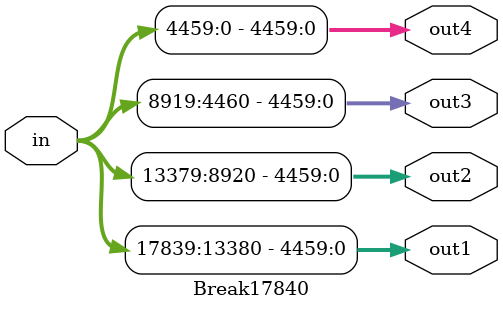
<source format=v>
module Break17840(in, out1, out2, out3, out4);
    input [17839:0] in;
    output [4459:0] out1, out2, out3, out4;

    assign out1 = in[17839:13380];
    assign out2 = in[13379:8920];
    assign out3 = in[8919:4460];
    assign out4 = in[4459:0];


endmodule

</source>
